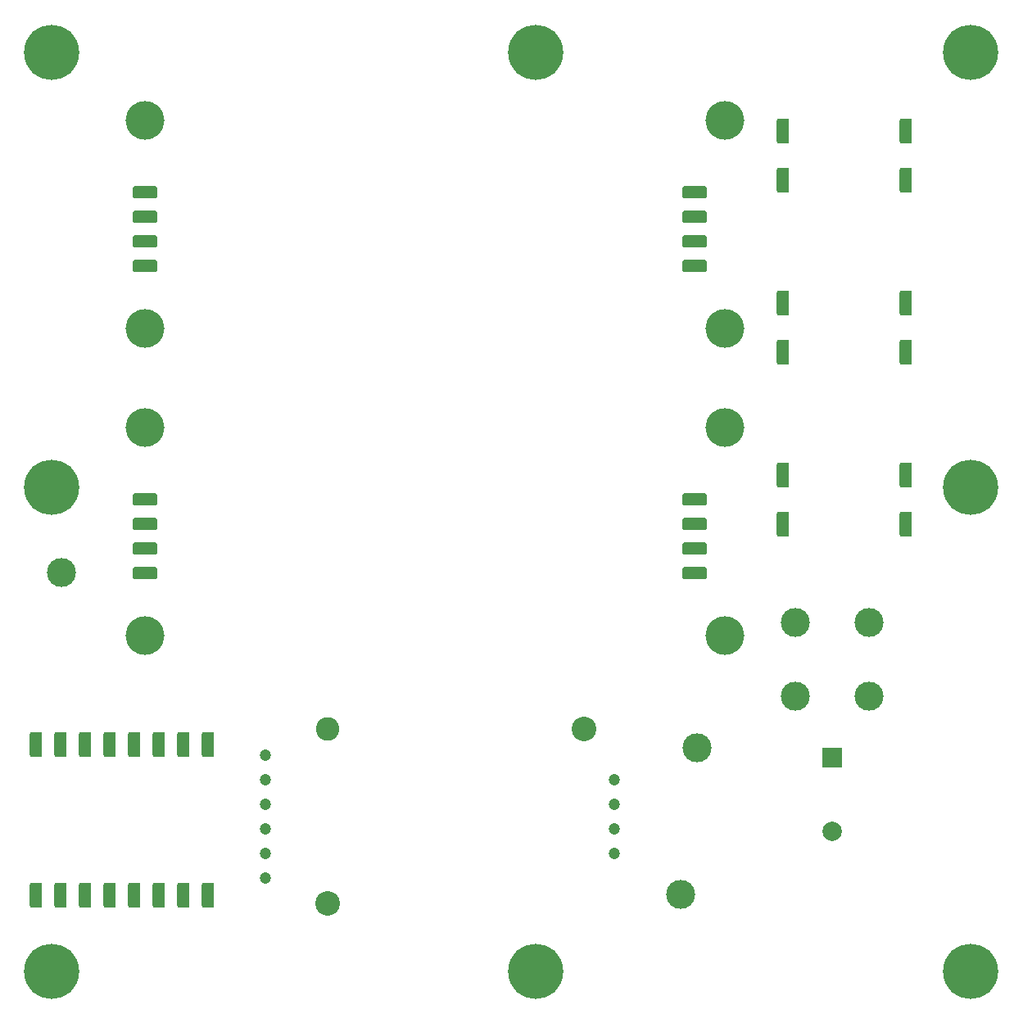
<source format=gts>
%TF.GenerationSoftware,KiCad,Pcbnew,9.0.2*%
%TF.CreationDate,2025-05-12T22:54:10+08:00*%
%TF.ProjectId,paxclock_a,70617863-6c6f-4636-9b5f-612e6b696361,rev?*%
%TF.SameCoordinates,Original*%
%TF.FileFunction,Soldermask,Top*%
%TF.FilePolarity,Negative*%
%FSLAX46Y46*%
G04 Gerber Fmt 4.6, Leading zero omitted, Abs format (unit mm)*
G04 Created by KiCad (PCBNEW 9.0.2) date 2025-05-12 22:54:10*
%MOMM*%
%LPD*%
G01*
G04 APERTURE LIST*
G04 Aperture macros list*
%AMRoundRect*
0 Rectangle with rounded corners*
0 $1 Rounding radius*
0 $2 $3 $4 $5 $6 $7 $8 $9 X,Y pos of 4 corners*
0 Add a 4 corners polygon primitive as box body*
4,1,4,$2,$3,$4,$5,$6,$7,$8,$9,$2,$3,0*
0 Add four circle primitives for the rounded corners*
1,1,$1+$1,$2,$3*
1,1,$1+$1,$4,$5*
1,1,$1+$1,$6,$7*
1,1,$1+$1,$8,$9*
0 Add four rect primitives between the rounded corners*
20,1,$1+$1,$2,$3,$4,$5,0*
20,1,$1+$1,$4,$5,$6,$7,0*
20,1,$1+$1,$6,$7,$8,$9,0*
20,1,$1+$1,$8,$9,$2,$3,0*%
G04 Aperture macros list end*
%ADD10C,4.000000*%
%ADD11RoundRect,0.190500X-1.079500X-0.444500X1.079500X-0.444500X1.079500X0.444500X-1.079500X0.444500X0*%
%ADD12C,3.000000*%
%ADD13RoundRect,0.190500X0.444500X-1.079500X0.444500X1.079500X-0.444500X1.079500X-0.444500X-1.079500X0*%
%ADD14C,5.700000*%
%ADD15R,2.000000X2.000000*%
%ADD16C,2.000000*%
%ADD17RoundRect,0.190500X-0.444500X1.079500X-0.444500X-1.079500X0.444500X-1.079500X0.444500X1.079500X0*%
%ADD18C,2.540000*%
%ADD19C,2.430000*%
%ADD20C,1.200000*%
G04 APERTURE END LIST*
D10*
%TO.C,U2*%
X49600000Y-42050000D03*
X49600000Y-63550000D03*
X109600000Y-42050000D03*
X109600000Y-63550000D03*
D11*
X49600000Y-49500000D03*
X49600000Y-52040000D03*
X49600000Y-54580000D03*
X49600000Y-57120000D03*
X106400000Y-49500000D03*
X106400000Y-52040000D03*
X106400000Y-54580000D03*
X106400000Y-57120000D03*
%TD*%
D12*
%TO.C,P_GND1*%
X124460000Y-101600000D03*
%TD*%
D13*
%TO.C,SW2*%
X115570000Y-43180000D03*
X128270000Y-43180000D03*
X115570000Y-48260000D03*
X128270000Y-48260000D03*
%TD*%
D14*
%TO.C,H7*%
X90000000Y-35000000D03*
%TD*%
%TO.C,H5*%
X40000000Y-35000000D03*
%TD*%
%TO.C,H8*%
X40000000Y-130000000D03*
%TD*%
D12*
%TO.C,P_3V3*%
X116840000Y-93980000D03*
%TD*%
D14*
%TO.C,H10*%
X135000000Y-130000000D03*
%TD*%
D15*
%TO.C,BZ1*%
X120660000Y-107960000D03*
D16*
X120660000Y-115560000D03*
%TD*%
D13*
%TO.C,SW3*%
X115570000Y-60960000D03*
X128270000Y-60960000D03*
X115570000Y-66040000D03*
X128270000Y-66040000D03*
%TD*%
D12*
%TO.C,P_D7*%
X106700000Y-106900000D03*
%TD*%
D14*
%TO.C,H11*%
X135000000Y-80000000D03*
%TD*%
D12*
%TO.C,P_D5*%
X41000000Y-88800000D03*
%TD*%
%TO.C,P_GND2*%
X124460000Y-93980000D03*
%TD*%
%TO.C,P_D4*%
X105000000Y-122100000D03*
%TD*%
D13*
%TO.C,SW4*%
X115570000Y-78740000D03*
X128270000Y-78740000D03*
X115570000Y-83820000D03*
X128270000Y-83820000D03*
%TD*%
D14*
%TO.C,H9*%
X90000000Y-130000000D03*
%TD*%
%TO.C,H6*%
X135000000Y-35000000D03*
%TD*%
D10*
%TO.C,U4*%
X49600000Y-73850000D03*
X49600000Y-95350000D03*
X109600000Y-73850000D03*
X109600000Y-95350000D03*
D11*
X49600000Y-81300000D03*
X49600000Y-83840000D03*
X49600000Y-86380000D03*
X49600000Y-88920000D03*
X106400000Y-81300000D03*
X106400000Y-83840000D03*
X106400000Y-86380000D03*
X106400000Y-88920000D03*
%TD*%
D12*
%TO.C,P_5V1*%
X116840000Y-101600000D03*
%TD*%
D14*
%TO.C,H12*%
X40000000Y-80000000D03*
%TD*%
D17*
%TO.C,U1*%
X56113000Y-122174000D03*
X53573000Y-122174000D03*
X51033000Y-122174000D03*
X48493000Y-122174000D03*
X43413000Y-122174000D03*
X45953000Y-122174000D03*
X38333000Y-106553000D03*
X38333000Y-122174000D03*
X40873000Y-106553000D03*
X43413000Y-106553000D03*
X45953000Y-106553000D03*
X48493000Y-106553000D03*
X51033000Y-106553000D03*
X53573000Y-106553000D03*
X56113000Y-106553000D03*
X40873000Y-122174000D03*
%TD*%
D18*
%TO.C,U6*%
X95000000Y-105000000D03*
X68500000Y-123000000D03*
D19*
X68500000Y-105000000D03*
D20*
X98130000Y-110220000D03*
X98130000Y-112760000D03*
X98130000Y-115300000D03*
X98130000Y-117840000D03*
X62080000Y-107650000D03*
X62080000Y-110190000D03*
X62080000Y-112730000D03*
X62080000Y-115270000D03*
X62080000Y-117810000D03*
X62080000Y-120350000D03*
%TD*%
M02*

</source>
